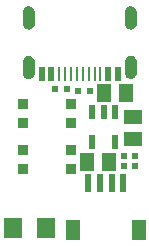
<source format=gbr>
G04 EAGLE Gerber RS-274X export*
G75*
%MOMM*%
%FSLAX34Y34*%
%LPD*%
%INSolderpaste Top*%
%IPPOS*%
%AMOC8*
5,1,8,0,0,1.08239X$1,22.5*%
G01*
%ADD10R,1.240000X1.500000*%
%ADD11R,0.900000X0.900000*%
%ADD12R,0.575000X1.150000*%
%ADD13R,0.275000X1.150000*%
%ADD14R,0.600000X0.600000*%
%ADD15R,0.500000X1.550000*%
%ADD16R,1.200000X1.800000*%
%ADD17R,0.550000X1.200000*%
%ADD18R,0.500000X0.500000*%
%ADD19R,1.500000X1.240000*%
%ADD20R,1.600000X1.800000*%

G36*
X46724Y181351D02*
X46724Y181351D01*
X46724Y181352D01*
X46725Y181352D01*
X47799Y181727D01*
X47799Y181728D01*
X47800Y181728D01*
X48763Y182333D01*
X48763Y182334D01*
X48764Y182334D01*
X49568Y183138D01*
X49568Y183139D01*
X49569Y183139D01*
X50174Y184102D01*
X50174Y184103D01*
X50175Y184103D01*
X50550Y185177D01*
X50550Y185178D01*
X50551Y185178D01*
X50552Y185193D01*
X50553Y185198D01*
X50553Y185203D01*
X50554Y185208D01*
X50555Y185213D01*
X50555Y185218D01*
X50556Y185223D01*
X50556Y185228D01*
X50559Y185253D01*
X50560Y185258D01*
X50560Y185263D01*
X50561Y185268D01*
X50561Y185273D01*
X50562Y185278D01*
X50562Y185283D01*
X50563Y185288D01*
X50566Y185313D01*
X50566Y185318D01*
X50567Y185323D01*
X50567Y185328D01*
X50568Y185333D01*
X50569Y185337D01*
X50569Y185338D01*
X50569Y185342D01*
X50569Y185343D01*
X50570Y185347D01*
X50572Y185372D01*
X50573Y185377D01*
X50574Y185382D01*
X50574Y185387D01*
X50575Y185392D01*
X50575Y185397D01*
X50576Y185402D01*
X50576Y185407D01*
X50579Y185432D01*
X50580Y185437D01*
X50580Y185442D01*
X50581Y185447D01*
X50581Y185452D01*
X50582Y185457D01*
X50583Y185462D01*
X50583Y185467D01*
X50585Y185487D01*
X50586Y185492D01*
X50586Y185496D01*
X50586Y185497D01*
X50587Y185501D01*
X50587Y185502D01*
X50588Y185506D01*
X50588Y185511D01*
X50589Y185516D01*
X50589Y185521D01*
X50590Y185526D01*
X50592Y185546D01*
X50593Y185551D01*
X50593Y185556D01*
X50594Y185561D01*
X50594Y185566D01*
X50595Y185571D01*
X50595Y185576D01*
X50596Y185581D01*
X50597Y185586D01*
X50599Y185606D01*
X50599Y185611D01*
X50600Y185616D01*
X50600Y185621D01*
X50601Y185626D01*
X50602Y185631D01*
X50602Y185636D01*
X50603Y185641D01*
X50603Y185646D01*
X50605Y185665D01*
X50606Y185665D01*
X50606Y185670D01*
X50607Y185675D01*
X50607Y185680D01*
X50608Y185685D01*
X50608Y185690D01*
X50609Y185695D01*
X50609Y185700D01*
X50610Y185705D01*
X50612Y185725D01*
X50613Y185730D01*
X50613Y185735D01*
X50614Y185740D01*
X50614Y185745D01*
X50615Y185750D01*
X50616Y185755D01*
X50616Y185760D01*
X50617Y185765D01*
X50619Y185785D01*
X50619Y185790D01*
X50620Y185790D01*
X50619Y185790D01*
X50620Y185795D01*
X50621Y185800D01*
X50621Y185805D01*
X50622Y185810D01*
X50622Y185814D01*
X50622Y185815D01*
X50623Y185819D01*
X50623Y185820D01*
X50623Y185824D01*
X50626Y185844D01*
X50626Y185849D01*
X50627Y185854D01*
X50627Y185859D01*
X50628Y185864D01*
X50628Y185869D01*
X50629Y185874D01*
X50630Y185879D01*
X50630Y185884D01*
X50632Y185904D01*
X50633Y185909D01*
X50633Y185914D01*
X50634Y185914D01*
X50633Y185914D01*
X50634Y185919D01*
X50635Y185924D01*
X50635Y185929D01*
X50636Y185934D01*
X50636Y185939D01*
X50637Y185944D01*
X50639Y185964D01*
X50640Y185969D01*
X50640Y185973D01*
X50640Y185974D01*
X50641Y185978D01*
X50641Y185979D01*
X50641Y185983D01*
X50642Y185988D01*
X50642Y185993D01*
X50643Y185998D01*
X50644Y186003D01*
X50646Y186023D01*
X50646Y186028D01*
X50647Y186033D01*
X50647Y186038D01*
X50648Y186038D01*
X50647Y186038D01*
X50648Y186043D01*
X50649Y186048D01*
X50649Y186053D01*
X50650Y186058D01*
X50650Y186063D01*
X50653Y186083D01*
X50653Y186088D01*
X50654Y186093D01*
X50654Y186098D01*
X50655Y186103D01*
X50655Y186108D01*
X50656Y186113D01*
X50656Y186118D01*
X50657Y186123D01*
X50659Y186142D01*
X50660Y186147D01*
X50660Y186152D01*
X50661Y186157D01*
X50661Y186162D01*
X50662Y186162D01*
X50661Y186162D01*
X50662Y186167D01*
X50663Y186172D01*
X50663Y186177D01*
X50666Y186202D01*
X50667Y186207D01*
X50667Y186212D01*
X50668Y186217D01*
X50668Y186222D01*
X50669Y186227D01*
X50669Y186232D01*
X50670Y186237D01*
X50673Y186262D01*
X50673Y186267D01*
X50674Y186272D01*
X50674Y186277D01*
X50675Y186282D01*
X50675Y186287D01*
X50676Y186287D01*
X50675Y186287D01*
X50676Y186291D01*
X50676Y186292D01*
X50677Y186296D01*
X50677Y186297D01*
X50678Y186308D01*
X50678Y186309D01*
X50678Y195961D01*
X50678Y195962D01*
X50551Y197092D01*
X50550Y197092D01*
X50550Y197093D01*
X50175Y198167D01*
X50174Y198167D01*
X50174Y198168D01*
X49569Y199131D01*
X49568Y199131D01*
X49568Y199132D01*
X48764Y199936D01*
X48763Y199936D01*
X48763Y199937D01*
X47800Y200542D01*
X47799Y200542D01*
X47799Y200543D01*
X46725Y200918D01*
X46724Y200918D01*
X46724Y200919D01*
X45594Y201046D01*
X45593Y201046D01*
X45592Y201046D01*
X45358Y201020D01*
X45005Y200980D01*
X44653Y200940D01*
X44519Y200925D01*
X44518Y200924D01*
X44517Y200925D01*
X43497Y200568D01*
X43497Y200567D01*
X43496Y200567D01*
X42581Y199992D01*
X41816Y199228D01*
X41816Y199227D01*
X41241Y198312D01*
X41241Y198311D01*
X41240Y198311D01*
X40883Y197291D01*
X40884Y197290D01*
X40883Y197289D01*
X40882Y197284D01*
X40882Y197279D01*
X40881Y197274D01*
X40879Y197254D01*
X40879Y197249D01*
X40878Y197249D01*
X40879Y197249D01*
X40878Y197244D01*
X40877Y197239D01*
X40877Y197234D01*
X40876Y197229D01*
X40876Y197224D01*
X40875Y197219D01*
X40872Y197194D01*
X40872Y197189D01*
X40871Y197184D01*
X40871Y197179D01*
X40870Y197174D01*
X40870Y197169D01*
X40869Y197164D01*
X40868Y197159D01*
X40866Y197135D01*
X40865Y197130D01*
X40865Y197125D01*
X40864Y197125D01*
X40865Y197125D01*
X40864Y197120D01*
X40863Y197115D01*
X40863Y197110D01*
X40862Y197105D01*
X40862Y197100D01*
X40859Y197080D01*
X40859Y197075D01*
X40858Y197070D01*
X40858Y197065D01*
X40857Y197060D01*
X40857Y197055D01*
X40856Y197050D01*
X40856Y197045D01*
X40855Y197040D01*
X40853Y197020D01*
X40852Y197015D01*
X40852Y197010D01*
X40851Y197005D01*
X40851Y197000D01*
X40850Y197000D01*
X40851Y197000D01*
X40850Y196995D01*
X40849Y196991D01*
X40849Y196990D01*
X40849Y196986D01*
X40849Y196985D01*
X40848Y196981D01*
X40846Y196961D01*
X40845Y196956D01*
X40845Y196951D01*
X40844Y196946D01*
X40844Y196941D01*
X40843Y196936D01*
X40843Y196931D01*
X40842Y196926D01*
X40842Y196921D01*
X40839Y196901D01*
X40839Y196896D01*
X40838Y196891D01*
X40838Y196886D01*
X40837Y196881D01*
X40837Y196876D01*
X40836Y196876D01*
X40837Y196876D01*
X40836Y196871D01*
X40835Y196866D01*
X40833Y196841D01*
X40832Y196836D01*
X40831Y196832D01*
X40831Y196831D01*
X40831Y196827D01*
X40831Y196826D01*
X40830Y196822D01*
X40830Y196817D01*
X40829Y196812D01*
X40829Y196807D01*
X40826Y196782D01*
X40825Y196777D01*
X40825Y196772D01*
X40824Y196767D01*
X40824Y196762D01*
X40823Y196757D01*
X40823Y196752D01*
X40822Y196752D01*
X40823Y196752D01*
X40822Y196747D01*
X40820Y196727D01*
X40819Y196722D01*
X40819Y196717D01*
X40818Y196712D01*
X40817Y196707D01*
X40817Y196702D01*
X40816Y196697D01*
X40816Y196692D01*
X40815Y196687D01*
X40813Y196668D01*
X40813Y196667D01*
X40812Y196663D01*
X40812Y196658D01*
X40811Y196653D01*
X40811Y196648D01*
X40810Y196643D01*
X40810Y196638D01*
X40809Y196633D01*
X40809Y196628D01*
X40808Y196628D01*
X40809Y196628D01*
X40806Y196608D01*
X40806Y196603D01*
X40805Y196598D01*
X40805Y196593D01*
X40804Y196588D01*
X40803Y196583D01*
X40803Y196578D01*
X40802Y196573D01*
X40802Y196568D01*
X40800Y196548D01*
X40799Y196543D01*
X40798Y196538D01*
X40798Y196533D01*
X40797Y196528D01*
X40797Y196523D01*
X40796Y196518D01*
X40796Y196514D01*
X40796Y196513D01*
X40793Y196489D01*
X40792Y196484D01*
X40792Y196479D01*
X40791Y196474D01*
X40791Y196469D01*
X40790Y196464D01*
X40789Y196459D01*
X40789Y196454D01*
X40786Y196429D01*
X40786Y196424D01*
X40785Y196419D01*
X40784Y196414D01*
X40784Y196409D01*
X40783Y196404D01*
X40783Y196399D01*
X40782Y196394D01*
X40780Y196374D01*
X40779Y196369D01*
X40779Y196364D01*
X40778Y196359D01*
X40778Y196355D01*
X40778Y196354D01*
X40777Y196350D01*
X40777Y196349D01*
X40777Y196345D01*
X40776Y196340D01*
X40775Y196335D01*
X40773Y196315D01*
X40773Y196310D01*
X40772Y196305D01*
X40772Y196300D01*
X40771Y196295D01*
X40770Y196290D01*
X40770Y196285D01*
X40769Y196280D01*
X40769Y196275D01*
X40767Y196255D01*
X40766Y196250D01*
X40765Y196245D01*
X40765Y196240D01*
X40764Y196235D01*
X40764Y196230D01*
X40763Y196225D01*
X40763Y196220D01*
X40762Y196216D01*
X40762Y196215D01*
X40762Y186055D01*
X40762Y186054D01*
X40883Y184981D01*
X40884Y184980D01*
X40883Y184979D01*
X41240Y183959D01*
X41241Y183959D01*
X41241Y183958D01*
X41816Y183043D01*
X42581Y182278D01*
X43496Y181703D01*
X43497Y181703D01*
X43497Y181702D01*
X44517Y181345D01*
X44518Y181346D01*
X44519Y181345D01*
X45592Y181224D01*
X45593Y181225D01*
X45594Y181224D01*
X46724Y181351D01*
G37*
G36*
X133084Y181351D02*
X133084Y181351D01*
X133084Y181352D01*
X133085Y181352D01*
X134159Y181727D01*
X134159Y181728D01*
X134160Y181728D01*
X135123Y182333D01*
X135123Y182334D01*
X135124Y182334D01*
X135928Y183138D01*
X135928Y183139D01*
X135929Y183139D01*
X136534Y184102D01*
X136534Y184103D01*
X136535Y184103D01*
X136910Y185177D01*
X136910Y185178D01*
X136911Y185178D01*
X136912Y185193D01*
X136913Y185198D01*
X136913Y185203D01*
X136914Y185208D01*
X136915Y185213D01*
X136915Y185218D01*
X136916Y185223D01*
X136916Y185228D01*
X136919Y185253D01*
X136920Y185258D01*
X136920Y185263D01*
X136921Y185268D01*
X136921Y185273D01*
X136922Y185278D01*
X136922Y185283D01*
X136923Y185288D01*
X136926Y185313D01*
X136926Y185318D01*
X136927Y185323D01*
X136927Y185328D01*
X136928Y185333D01*
X136929Y185337D01*
X136929Y185338D01*
X136929Y185342D01*
X136929Y185343D01*
X136930Y185347D01*
X136932Y185372D01*
X136933Y185377D01*
X136934Y185382D01*
X136934Y185387D01*
X136935Y185392D01*
X136935Y185397D01*
X136936Y185402D01*
X136936Y185407D01*
X136939Y185432D01*
X136940Y185437D01*
X136940Y185442D01*
X136941Y185447D01*
X136941Y185452D01*
X136942Y185457D01*
X136943Y185462D01*
X136943Y185467D01*
X136945Y185487D01*
X136946Y185492D01*
X136946Y185496D01*
X136946Y185497D01*
X136947Y185501D01*
X136947Y185502D01*
X136948Y185506D01*
X136948Y185511D01*
X136949Y185516D01*
X136949Y185521D01*
X136950Y185526D01*
X136952Y185546D01*
X136953Y185551D01*
X136953Y185556D01*
X136954Y185561D01*
X136954Y185566D01*
X136955Y185571D01*
X136955Y185576D01*
X136956Y185581D01*
X136957Y185586D01*
X136959Y185606D01*
X136959Y185611D01*
X136960Y185616D01*
X136960Y185621D01*
X136961Y185626D01*
X136962Y185631D01*
X136962Y185636D01*
X136963Y185641D01*
X136963Y185646D01*
X136965Y185665D01*
X136966Y185665D01*
X136966Y185670D01*
X136967Y185675D01*
X136967Y185680D01*
X136968Y185685D01*
X136968Y185690D01*
X136969Y185695D01*
X136969Y185700D01*
X136970Y185705D01*
X136972Y185725D01*
X136973Y185730D01*
X136973Y185735D01*
X136974Y185740D01*
X136974Y185745D01*
X136975Y185750D01*
X136976Y185755D01*
X136976Y185760D01*
X136977Y185765D01*
X136979Y185785D01*
X136979Y185790D01*
X136980Y185790D01*
X136979Y185790D01*
X136980Y185795D01*
X136981Y185800D01*
X136981Y185805D01*
X136982Y185810D01*
X136982Y185814D01*
X136982Y185815D01*
X136983Y185819D01*
X136983Y185820D01*
X136983Y185824D01*
X136986Y185844D01*
X136986Y185849D01*
X136987Y185854D01*
X136987Y185859D01*
X136988Y185864D01*
X136988Y185869D01*
X136989Y185874D01*
X136990Y185879D01*
X136990Y185884D01*
X136992Y185904D01*
X136993Y185909D01*
X136993Y185914D01*
X136994Y185914D01*
X136993Y185914D01*
X136994Y185919D01*
X136995Y185924D01*
X136995Y185929D01*
X136996Y185934D01*
X136996Y185939D01*
X136997Y185944D01*
X136999Y185964D01*
X137000Y185969D01*
X137000Y185973D01*
X137000Y185974D01*
X137001Y185978D01*
X137001Y185979D01*
X137001Y185983D01*
X137002Y185988D01*
X137002Y185993D01*
X137003Y185998D01*
X137004Y186003D01*
X137006Y186023D01*
X137006Y186028D01*
X137007Y186033D01*
X137007Y186038D01*
X137008Y186038D01*
X137007Y186038D01*
X137008Y186043D01*
X137009Y186048D01*
X137009Y186053D01*
X137010Y186058D01*
X137010Y186063D01*
X137013Y186083D01*
X137013Y186088D01*
X137014Y186093D01*
X137014Y186098D01*
X137015Y186103D01*
X137015Y186108D01*
X137016Y186113D01*
X137016Y186118D01*
X137017Y186123D01*
X137019Y186142D01*
X137020Y186147D01*
X137020Y186152D01*
X137021Y186157D01*
X137021Y186162D01*
X137022Y186162D01*
X137021Y186162D01*
X137022Y186167D01*
X137023Y186172D01*
X137023Y186177D01*
X137026Y186202D01*
X137027Y186207D01*
X137027Y186212D01*
X137028Y186217D01*
X137028Y186222D01*
X137029Y186227D01*
X137029Y186232D01*
X137030Y186237D01*
X137033Y186262D01*
X137033Y186267D01*
X137034Y186272D01*
X137034Y186277D01*
X137035Y186282D01*
X137035Y186287D01*
X137036Y186287D01*
X137035Y186287D01*
X137036Y186291D01*
X137036Y186292D01*
X137037Y186296D01*
X137037Y186297D01*
X137038Y186308D01*
X137038Y186309D01*
X137038Y195961D01*
X137038Y195962D01*
X136911Y197092D01*
X136910Y197092D01*
X136910Y197093D01*
X136535Y198167D01*
X136534Y198167D01*
X136534Y198168D01*
X135929Y199131D01*
X135928Y199131D01*
X135928Y199132D01*
X135124Y199936D01*
X135123Y199936D01*
X135123Y199937D01*
X134160Y200542D01*
X134159Y200542D01*
X134159Y200543D01*
X133085Y200918D01*
X133084Y200918D01*
X133084Y200919D01*
X131954Y201046D01*
X131953Y201046D01*
X131952Y201046D01*
X131718Y201020D01*
X131365Y200980D01*
X131013Y200940D01*
X130879Y200925D01*
X130878Y200924D01*
X130877Y200925D01*
X129857Y200568D01*
X129857Y200567D01*
X129856Y200567D01*
X128941Y199992D01*
X128176Y199228D01*
X128176Y199227D01*
X127601Y198312D01*
X127601Y198311D01*
X127600Y198311D01*
X127243Y197291D01*
X127244Y197290D01*
X127243Y197289D01*
X127242Y197284D01*
X127242Y197279D01*
X127241Y197274D01*
X127239Y197254D01*
X127239Y197249D01*
X127238Y197249D01*
X127239Y197249D01*
X127238Y197244D01*
X127237Y197239D01*
X127237Y197234D01*
X127236Y197229D01*
X127236Y197224D01*
X127235Y197219D01*
X127232Y197194D01*
X127232Y197189D01*
X127231Y197184D01*
X127231Y197179D01*
X127230Y197174D01*
X127230Y197169D01*
X127229Y197164D01*
X127228Y197159D01*
X127226Y197135D01*
X127225Y197130D01*
X127225Y197125D01*
X127224Y197125D01*
X127225Y197125D01*
X127224Y197120D01*
X127223Y197115D01*
X127223Y197110D01*
X127222Y197105D01*
X127222Y197100D01*
X127219Y197080D01*
X127219Y197075D01*
X127218Y197070D01*
X127218Y197065D01*
X127217Y197060D01*
X127217Y197055D01*
X127216Y197050D01*
X127216Y197045D01*
X127215Y197040D01*
X127213Y197020D01*
X127212Y197015D01*
X127212Y197010D01*
X127211Y197005D01*
X127211Y197000D01*
X127210Y197000D01*
X127211Y197000D01*
X127210Y196995D01*
X127209Y196991D01*
X127209Y196990D01*
X127209Y196986D01*
X127209Y196985D01*
X127208Y196981D01*
X127206Y196961D01*
X127205Y196956D01*
X127205Y196951D01*
X127204Y196946D01*
X127204Y196941D01*
X127203Y196936D01*
X127203Y196931D01*
X127202Y196926D01*
X127202Y196921D01*
X127199Y196901D01*
X127199Y196896D01*
X127198Y196891D01*
X127198Y196886D01*
X127197Y196881D01*
X127197Y196876D01*
X127196Y196876D01*
X127197Y196876D01*
X127196Y196871D01*
X127195Y196866D01*
X127193Y196841D01*
X127192Y196836D01*
X127191Y196832D01*
X127191Y196831D01*
X127191Y196827D01*
X127191Y196826D01*
X127190Y196822D01*
X127190Y196817D01*
X127189Y196812D01*
X127189Y196807D01*
X127186Y196782D01*
X127185Y196777D01*
X127185Y196772D01*
X127184Y196767D01*
X127184Y196762D01*
X127183Y196757D01*
X127183Y196752D01*
X127182Y196752D01*
X127183Y196752D01*
X127182Y196747D01*
X127180Y196727D01*
X127179Y196722D01*
X127179Y196717D01*
X127178Y196712D01*
X127177Y196707D01*
X127177Y196702D01*
X127176Y196697D01*
X127176Y196692D01*
X127175Y196687D01*
X127173Y196668D01*
X127173Y196667D01*
X127172Y196663D01*
X127172Y196658D01*
X127171Y196653D01*
X127171Y196648D01*
X127170Y196643D01*
X127170Y196638D01*
X127169Y196633D01*
X127169Y196628D01*
X127168Y196628D01*
X127169Y196628D01*
X127166Y196608D01*
X127166Y196603D01*
X127165Y196598D01*
X127165Y196593D01*
X127164Y196588D01*
X127163Y196583D01*
X127163Y196578D01*
X127162Y196573D01*
X127162Y196568D01*
X127160Y196548D01*
X127159Y196543D01*
X127158Y196538D01*
X127158Y196533D01*
X127157Y196528D01*
X127157Y196523D01*
X127156Y196518D01*
X127156Y196514D01*
X127156Y196513D01*
X127153Y196489D01*
X127152Y196484D01*
X127152Y196479D01*
X127151Y196474D01*
X127151Y196469D01*
X127150Y196464D01*
X127149Y196459D01*
X127149Y196454D01*
X127146Y196429D01*
X127146Y196424D01*
X127145Y196419D01*
X127144Y196414D01*
X127144Y196409D01*
X127143Y196404D01*
X127143Y196399D01*
X127142Y196394D01*
X127140Y196374D01*
X127139Y196369D01*
X127139Y196364D01*
X127138Y196359D01*
X127138Y196355D01*
X127138Y196354D01*
X127137Y196350D01*
X127137Y196349D01*
X127137Y196345D01*
X127136Y196340D01*
X127135Y196335D01*
X127133Y196315D01*
X127133Y196310D01*
X127132Y196305D01*
X127132Y196300D01*
X127131Y196295D01*
X127130Y196290D01*
X127130Y196285D01*
X127129Y196280D01*
X127129Y196275D01*
X127127Y196255D01*
X127126Y196250D01*
X127125Y196245D01*
X127125Y196240D01*
X127124Y196235D01*
X127124Y196230D01*
X127123Y196225D01*
X127123Y196220D01*
X127122Y196216D01*
X127122Y196215D01*
X127122Y186055D01*
X127122Y186054D01*
X127243Y184981D01*
X127244Y184980D01*
X127243Y184979D01*
X127600Y183959D01*
X127601Y183959D01*
X127601Y183958D01*
X128176Y183043D01*
X128941Y182278D01*
X129856Y181703D01*
X129857Y181703D01*
X129857Y181702D01*
X130877Y181345D01*
X130878Y181346D01*
X130879Y181345D01*
X131952Y181224D01*
X131953Y181225D01*
X131954Y181224D01*
X133084Y181351D01*
G37*
G36*
X133211Y139568D02*
X133211Y139568D01*
X133211Y139569D01*
X133212Y139569D01*
X134286Y139944D01*
X134286Y139945D01*
X134287Y139945D01*
X135250Y140550D01*
X135250Y140551D01*
X135251Y140551D01*
X136055Y141355D01*
X136055Y141356D01*
X136056Y141356D01*
X136661Y142319D01*
X136661Y142320D01*
X136662Y142320D01*
X137037Y143394D01*
X137037Y143395D01*
X137038Y143395D01*
X137039Y143410D01*
X137040Y143415D01*
X137040Y143420D01*
X137041Y143425D01*
X137042Y143430D01*
X137042Y143435D01*
X137043Y143440D01*
X137043Y143445D01*
X137046Y143470D01*
X137047Y143475D01*
X137047Y143480D01*
X137048Y143485D01*
X137048Y143490D01*
X137049Y143495D01*
X137049Y143500D01*
X137050Y143505D01*
X137053Y143530D01*
X137053Y143535D01*
X137054Y143540D01*
X137054Y143545D01*
X137055Y143550D01*
X137056Y143554D01*
X137056Y143555D01*
X137056Y143559D01*
X137056Y143560D01*
X137057Y143564D01*
X137059Y143589D01*
X137060Y143594D01*
X137061Y143599D01*
X137061Y143604D01*
X137062Y143609D01*
X137062Y143614D01*
X137063Y143619D01*
X137063Y143624D01*
X137066Y143649D01*
X137067Y143654D01*
X137067Y143659D01*
X137068Y143664D01*
X137068Y143669D01*
X137069Y143674D01*
X137070Y143679D01*
X137070Y143684D01*
X137072Y143704D01*
X137073Y143709D01*
X137073Y143713D01*
X137073Y143714D01*
X137074Y143718D01*
X137074Y143719D01*
X137075Y143723D01*
X137075Y143728D01*
X137076Y143733D01*
X137076Y143738D01*
X137077Y143743D01*
X137079Y143763D01*
X137080Y143768D01*
X137080Y143773D01*
X137081Y143778D01*
X137081Y143783D01*
X137082Y143788D01*
X137082Y143793D01*
X137083Y143798D01*
X137084Y143803D01*
X137086Y143823D01*
X137086Y143828D01*
X137087Y143833D01*
X137087Y143838D01*
X137088Y143843D01*
X137089Y143848D01*
X137089Y143853D01*
X137090Y143858D01*
X137090Y143863D01*
X137092Y143882D01*
X137093Y143882D01*
X137093Y143887D01*
X137094Y143892D01*
X137094Y143897D01*
X137095Y143902D01*
X137095Y143907D01*
X137096Y143912D01*
X137096Y143917D01*
X137097Y143922D01*
X137099Y143942D01*
X137100Y143947D01*
X137100Y143952D01*
X137101Y143957D01*
X137101Y143962D01*
X137102Y143967D01*
X137103Y143972D01*
X137103Y143977D01*
X137104Y143982D01*
X137106Y144002D01*
X137106Y144007D01*
X137107Y144007D01*
X137106Y144007D01*
X137107Y144012D01*
X137108Y144017D01*
X137108Y144022D01*
X137109Y144027D01*
X137109Y144031D01*
X137109Y144032D01*
X137110Y144036D01*
X137110Y144037D01*
X137110Y144041D01*
X137113Y144061D01*
X137113Y144066D01*
X137114Y144071D01*
X137114Y144076D01*
X137115Y144081D01*
X137115Y144086D01*
X137116Y144091D01*
X137117Y144096D01*
X137117Y144101D01*
X137119Y144121D01*
X137120Y144126D01*
X137120Y144131D01*
X137121Y144131D01*
X137120Y144131D01*
X137121Y144136D01*
X137122Y144141D01*
X137122Y144146D01*
X137123Y144151D01*
X137123Y144156D01*
X137124Y144161D01*
X137126Y144181D01*
X137127Y144186D01*
X137127Y144190D01*
X137127Y144191D01*
X137128Y144195D01*
X137128Y144196D01*
X137128Y144200D01*
X137129Y144205D01*
X137129Y144210D01*
X137130Y144215D01*
X137131Y144220D01*
X137133Y144240D01*
X137133Y144245D01*
X137134Y144250D01*
X137134Y144255D01*
X137135Y144255D01*
X137134Y144255D01*
X137135Y144260D01*
X137136Y144265D01*
X137136Y144270D01*
X137137Y144275D01*
X137137Y144280D01*
X137140Y144300D01*
X137140Y144305D01*
X137141Y144310D01*
X137141Y144315D01*
X137142Y144320D01*
X137142Y144325D01*
X137143Y144330D01*
X137143Y144335D01*
X137144Y144340D01*
X137146Y144359D01*
X137147Y144364D01*
X137147Y144369D01*
X137148Y144374D01*
X137148Y144379D01*
X137149Y144379D01*
X137148Y144379D01*
X137149Y144384D01*
X137150Y144389D01*
X137150Y144394D01*
X137153Y144419D01*
X137154Y144424D01*
X137154Y144429D01*
X137155Y144434D01*
X137155Y144439D01*
X137156Y144444D01*
X137156Y144449D01*
X137157Y144454D01*
X137160Y144479D01*
X137160Y144484D01*
X137161Y144489D01*
X137161Y144494D01*
X137162Y144499D01*
X137162Y144504D01*
X137163Y144504D01*
X137162Y144504D01*
X137163Y144508D01*
X137163Y144509D01*
X137164Y144513D01*
X137164Y144514D01*
X137165Y144525D01*
X137165Y144526D01*
X137165Y154178D01*
X137165Y154179D01*
X137038Y155309D01*
X137037Y155309D01*
X137037Y155310D01*
X136662Y156384D01*
X136661Y156384D01*
X136661Y156385D01*
X136056Y157348D01*
X136055Y157348D01*
X136055Y157349D01*
X135251Y158153D01*
X135250Y158153D01*
X135250Y158154D01*
X134287Y158759D01*
X134286Y158759D01*
X134286Y158760D01*
X133212Y159135D01*
X133211Y159135D01*
X133211Y159136D01*
X132081Y159263D01*
X132080Y159263D01*
X132079Y159263D01*
X131845Y159237D01*
X131492Y159197D01*
X131140Y159157D01*
X131006Y159142D01*
X131005Y159141D01*
X131004Y159142D01*
X129984Y158785D01*
X129984Y158784D01*
X129983Y158784D01*
X129068Y158209D01*
X128303Y157445D01*
X128303Y157444D01*
X127728Y156529D01*
X127728Y156528D01*
X127727Y156528D01*
X127370Y155508D01*
X127371Y155507D01*
X127370Y155506D01*
X127369Y155501D01*
X127369Y155496D01*
X127368Y155491D01*
X127366Y155471D01*
X127366Y155466D01*
X127365Y155466D01*
X127366Y155466D01*
X127365Y155461D01*
X127364Y155456D01*
X127364Y155451D01*
X127363Y155446D01*
X127363Y155441D01*
X127362Y155436D01*
X127359Y155411D01*
X127359Y155406D01*
X127358Y155401D01*
X127358Y155396D01*
X127357Y155391D01*
X127357Y155386D01*
X127356Y155381D01*
X127355Y155376D01*
X127353Y155352D01*
X127352Y155347D01*
X127352Y155342D01*
X127351Y155342D01*
X127352Y155342D01*
X127351Y155337D01*
X127350Y155332D01*
X127350Y155327D01*
X127349Y155322D01*
X127349Y155317D01*
X127346Y155297D01*
X127346Y155292D01*
X127345Y155287D01*
X127345Y155282D01*
X127344Y155277D01*
X127344Y155272D01*
X127343Y155267D01*
X127343Y155262D01*
X127342Y155257D01*
X127340Y155237D01*
X127339Y155232D01*
X127339Y155227D01*
X127338Y155222D01*
X127338Y155217D01*
X127337Y155217D01*
X127338Y155217D01*
X127337Y155212D01*
X127336Y155208D01*
X127336Y155207D01*
X127336Y155203D01*
X127336Y155202D01*
X127335Y155198D01*
X127333Y155178D01*
X127332Y155173D01*
X127332Y155168D01*
X127331Y155163D01*
X127331Y155158D01*
X127330Y155153D01*
X127330Y155148D01*
X127329Y155143D01*
X127329Y155138D01*
X127326Y155118D01*
X127326Y155113D01*
X127325Y155108D01*
X127325Y155103D01*
X127324Y155098D01*
X127324Y155093D01*
X127323Y155093D01*
X127324Y155093D01*
X127323Y155088D01*
X127322Y155083D01*
X127320Y155058D01*
X127319Y155053D01*
X127318Y155049D01*
X127318Y155048D01*
X127318Y155044D01*
X127318Y155043D01*
X127317Y155039D01*
X127317Y155034D01*
X127316Y155029D01*
X127316Y155024D01*
X127313Y154999D01*
X127312Y154994D01*
X127312Y154989D01*
X127311Y154984D01*
X127311Y154979D01*
X127310Y154974D01*
X127310Y154969D01*
X127309Y154969D01*
X127310Y154969D01*
X127309Y154964D01*
X127307Y154944D01*
X127306Y154939D01*
X127306Y154934D01*
X127305Y154929D01*
X127304Y154924D01*
X127304Y154919D01*
X127303Y154914D01*
X127303Y154909D01*
X127302Y154904D01*
X127300Y154885D01*
X127300Y154884D01*
X127299Y154880D01*
X127299Y154875D01*
X127298Y154870D01*
X127298Y154865D01*
X127297Y154860D01*
X127297Y154855D01*
X127296Y154850D01*
X127296Y154845D01*
X127295Y154845D01*
X127296Y154845D01*
X127293Y154825D01*
X127293Y154820D01*
X127292Y154815D01*
X127292Y154810D01*
X127291Y154805D01*
X127290Y154800D01*
X127290Y154795D01*
X127289Y154790D01*
X127289Y154785D01*
X127287Y154765D01*
X127286Y154760D01*
X127285Y154755D01*
X127285Y154750D01*
X127284Y154745D01*
X127284Y154740D01*
X127283Y154735D01*
X127283Y154731D01*
X127283Y154730D01*
X127280Y154706D01*
X127279Y154701D01*
X127279Y154696D01*
X127278Y154691D01*
X127278Y154686D01*
X127277Y154681D01*
X127276Y154676D01*
X127276Y154671D01*
X127273Y154646D01*
X127273Y154641D01*
X127272Y154636D01*
X127271Y154631D01*
X127271Y154626D01*
X127270Y154621D01*
X127270Y154616D01*
X127269Y154611D01*
X127267Y154591D01*
X127266Y154586D01*
X127266Y154581D01*
X127265Y154576D01*
X127265Y154572D01*
X127265Y154571D01*
X127264Y154567D01*
X127264Y154566D01*
X127264Y154562D01*
X127263Y154557D01*
X127262Y154552D01*
X127260Y154532D01*
X127260Y154527D01*
X127259Y154522D01*
X127259Y154517D01*
X127258Y154512D01*
X127257Y154507D01*
X127257Y154502D01*
X127256Y154497D01*
X127256Y154492D01*
X127254Y154472D01*
X127253Y154467D01*
X127252Y154462D01*
X127252Y154457D01*
X127251Y154452D01*
X127251Y154447D01*
X127250Y154442D01*
X127250Y154437D01*
X127249Y154433D01*
X127249Y154432D01*
X127249Y144272D01*
X127249Y144271D01*
X127370Y143198D01*
X127371Y143197D01*
X127370Y143196D01*
X127727Y142176D01*
X127728Y142176D01*
X127728Y142175D01*
X128303Y141260D01*
X129068Y140495D01*
X129983Y139920D01*
X129984Y139920D01*
X129984Y139919D01*
X131004Y139562D01*
X131005Y139563D01*
X131006Y139562D01*
X132079Y139441D01*
X132080Y139442D01*
X132081Y139441D01*
X133211Y139568D01*
G37*
G36*
X46724Y139441D02*
X46724Y139441D01*
X46724Y139442D01*
X46725Y139442D01*
X47799Y139817D01*
X47799Y139818D01*
X47800Y139818D01*
X48763Y140423D01*
X48763Y140424D01*
X48764Y140424D01*
X49568Y141228D01*
X49568Y141229D01*
X49569Y141229D01*
X50174Y142192D01*
X50174Y142193D01*
X50175Y142193D01*
X50550Y143267D01*
X50550Y143268D01*
X50551Y143268D01*
X50552Y143283D01*
X50553Y143288D01*
X50553Y143293D01*
X50554Y143298D01*
X50555Y143303D01*
X50555Y143308D01*
X50556Y143313D01*
X50556Y143318D01*
X50559Y143343D01*
X50560Y143348D01*
X50560Y143353D01*
X50561Y143358D01*
X50561Y143363D01*
X50562Y143368D01*
X50562Y143373D01*
X50563Y143378D01*
X50566Y143403D01*
X50566Y143408D01*
X50567Y143413D01*
X50567Y143418D01*
X50568Y143423D01*
X50569Y143427D01*
X50569Y143428D01*
X50569Y143432D01*
X50569Y143433D01*
X50570Y143437D01*
X50572Y143462D01*
X50573Y143467D01*
X50574Y143472D01*
X50574Y143477D01*
X50575Y143482D01*
X50575Y143487D01*
X50576Y143492D01*
X50576Y143497D01*
X50579Y143522D01*
X50580Y143527D01*
X50580Y143532D01*
X50581Y143537D01*
X50581Y143542D01*
X50582Y143547D01*
X50583Y143552D01*
X50583Y143557D01*
X50585Y143577D01*
X50586Y143582D01*
X50586Y143586D01*
X50586Y143587D01*
X50587Y143591D01*
X50587Y143592D01*
X50588Y143596D01*
X50588Y143601D01*
X50589Y143606D01*
X50589Y143611D01*
X50590Y143616D01*
X50592Y143636D01*
X50593Y143641D01*
X50593Y143646D01*
X50594Y143651D01*
X50594Y143656D01*
X50595Y143661D01*
X50595Y143666D01*
X50596Y143671D01*
X50597Y143676D01*
X50599Y143696D01*
X50599Y143701D01*
X50600Y143706D01*
X50600Y143711D01*
X50601Y143716D01*
X50602Y143721D01*
X50602Y143726D01*
X50603Y143731D01*
X50603Y143736D01*
X50605Y143755D01*
X50606Y143755D01*
X50606Y143760D01*
X50607Y143765D01*
X50607Y143770D01*
X50608Y143775D01*
X50608Y143780D01*
X50609Y143785D01*
X50609Y143790D01*
X50610Y143795D01*
X50612Y143815D01*
X50613Y143820D01*
X50613Y143825D01*
X50614Y143830D01*
X50614Y143835D01*
X50615Y143840D01*
X50616Y143845D01*
X50616Y143850D01*
X50617Y143855D01*
X50619Y143875D01*
X50619Y143880D01*
X50620Y143880D01*
X50619Y143880D01*
X50620Y143885D01*
X50621Y143890D01*
X50621Y143895D01*
X50622Y143900D01*
X50622Y143904D01*
X50622Y143905D01*
X50623Y143909D01*
X50623Y143910D01*
X50623Y143914D01*
X50626Y143934D01*
X50626Y143939D01*
X50627Y143944D01*
X50627Y143949D01*
X50628Y143954D01*
X50628Y143959D01*
X50629Y143964D01*
X50630Y143969D01*
X50630Y143974D01*
X50632Y143994D01*
X50633Y143999D01*
X50633Y144004D01*
X50634Y144004D01*
X50633Y144004D01*
X50634Y144009D01*
X50635Y144014D01*
X50635Y144019D01*
X50636Y144024D01*
X50636Y144029D01*
X50637Y144034D01*
X50639Y144054D01*
X50640Y144059D01*
X50640Y144063D01*
X50640Y144064D01*
X50641Y144068D01*
X50641Y144069D01*
X50641Y144073D01*
X50642Y144078D01*
X50642Y144083D01*
X50643Y144088D01*
X50644Y144093D01*
X50646Y144113D01*
X50646Y144118D01*
X50647Y144123D01*
X50647Y144128D01*
X50648Y144128D01*
X50647Y144128D01*
X50648Y144133D01*
X50649Y144138D01*
X50649Y144143D01*
X50650Y144148D01*
X50650Y144153D01*
X50653Y144173D01*
X50653Y144178D01*
X50654Y144183D01*
X50654Y144188D01*
X50655Y144193D01*
X50655Y144198D01*
X50656Y144203D01*
X50656Y144208D01*
X50657Y144213D01*
X50659Y144232D01*
X50660Y144237D01*
X50660Y144242D01*
X50661Y144247D01*
X50661Y144252D01*
X50662Y144252D01*
X50661Y144252D01*
X50662Y144257D01*
X50663Y144262D01*
X50663Y144267D01*
X50666Y144292D01*
X50667Y144297D01*
X50667Y144302D01*
X50668Y144307D01*
X50668Y144312D01*
X50669Y144317D01*
X50669Y144322D01*
X50670Y144327D01*
X50673Y144352D01*
X50673Y144357D01*
X50674Y144362D01*
X50674Y144367D01*
X50675Y144372D01*
X50675Y144377D01*
X50676Y144377D01*
X50675Y144377D01*
X50676Y144381D01*
X50676Y144382D01*
X50677Y144386D01*
X50677Y144387D01*
X50678Y144398D01*
X50678Y144399D01*
X50678Y154051D01*
X50678Y154052D01*
X50551Y155182D01*
X50550Y155182D01*
X50550Y155183D01*
X50175Y156257D01*
X50174Y156257D01*
X50174Y156258D01*
X49569Y157221D01*
X49568Y157221D01*
X49568Y157222D01*
X48764Y158026D01*
X48763Y158026D01*
X48763Y158027D01*
X47800Y158632D01*
X47799Y158632D01*
X47799Y158633D01*
X46725Y159008D01*
X46724Y159008D01*
X46724Y159009D01*
X45594Y159136D01*
X45593Y159136D01*
X45592Y159136D01*
X45358Y159110D01*
X45005Y159070D01*
X44653Y159030D01*
X44519Y159015D01*
X44518Y159014D01*
X44517Y159015D01*
X43497Y158658D01*
X43497Y158657D01*
X43496Y158657D01*
X42581Y158082D01*
X41816Y157318D01*
X41816Y157317D01*
X41241Y156402D01*
X41241Y156401D01*
X41240Y156401D01*
X40883Y155381D01*
X40884Y155380D01*
X40883Y155379D01*
X40882Y155374D01*
X40882Y155369D01*
X40881Y155364D01*
X40879Y155344D01*
X40879Y155339D01*
X40878Y155339D01*
X40879Y155339D01*
X40878Y155334D01*
X40877Y155329D01*
X40877Y155324D01*
X40876Y155319D01*
X40876Y155314D01*
X40875Y155309D01*
X40872Y155284D01*
X40872Y155279D01*
X40871Y155274D01*
X40871Y155269D01*
X40870Y155264D01*
X40870Y155259D01*
X40869Y155254D01*
X40868Y155249D01*
X40866Y155225D01*
X40865Y155220D01*
X40865Y155215D01*
X40864Y155215D01*
X40865Y155215D01*
X40864Y155210D01*
X40863Y155205D01*
X40863Y155200D01*
X40862Y155195D01*
X40862Y155190D01*
X40859Y155170D01*
X40859Y155165D01*
X40858Y155160D01*
X40858Y155155D01*
X40857Y155150D01*
X40857Y155145D01*
X40856Y155140D01*
X40856Y155135D01*
X40855Y155130D01*
X40853Y155110D01*
X40852Y155105D01*
X40852Y155100D01*
X40851Y155095D01*
X40851Y155090D01*
X40850Y155090D01*
X40851Y155090D01*
X40850Y155085D01*
X40849Y155081D01*
X40849Y155080D01*
X40849Y155076D01*
X40849Y155075D01*
X40848Y155071D01*
X40846Y155051D01*
X40845Y155046D01*
X40845Y155041D01*
X40844Y155036D01*
X40844Y155031D01*
X40843Y155026D01*
X40843Y155021D01*
X40842Y155016D01*
X40842Y155011D01*
X40839Y154991D01*
X40839Y154986D01*
X40838Y154981D01*
X40838Y154976D01*
X40837Y154971D01*
X40837Y154966D01*
X40836Y154966D01*
X40837Y154966D01*
X40836Y154961D01*
X40835Y154956D01*
X40833Y154931D01*
X40832Y154926D01*
X40831Y154922D01*
X40831Y154921D01*
X40831Y154917D01*
X40831Y154916D01*
X40830Y154912D01*
X40830Y154907D01*
X40829Y154902D01*
X40829Y154897D01*
X40826Y154872D01*
X40825Y154867D01*
X40825Y154862D01*
X40824Y154857D01*
X40824Y154852D01*
X40823Y154847D01*
X40823Y154842D01*
X40822Y154842D01*
X40823Y154842D01*
X40822Y154837D01*
X40820Y154817D01*
X40819Y154812D01*
X40819Y154807D01*
X40818Y154802D01*
X40817Y154797D01*
X40817Y154792D01*
X40816Y154787D01*
X40816Y154782D01*
X40815Y154777D01*
X40813Y154758D01*
X40813Y154757D01*
X40812Y154753D01*
X40812Y154748D01*
X40811Y154743D01*
X40811Y154738D01*
X40810Y154733D01*
X40810Y154728D01*
X40809Y154723D01*
X40809Y154718D01*
X40808Y154718D01*
X40809Y154718D01*
X40806Y154698D01*
X40806Y154693D01*
X40805Y154688D01*
X40805Y154683D01*
X40804Y154678D01*
X40803Y154673D01*
X40803Y154668D01*
X40802Y154663D01*
X40802Y154658D01*
X40800Y154638D01*
X40799Y154633D01*
X40798Y154628D01*
X40798Y154623D01*
X40797Y154618D01*
X40797Y154613D01*
X40796Y154608D01*
X40796Y154604D01*
X40796Y154603D01*
X40793Y154579D01*
X40792Y154574D01*
X40792Y154569D01*
X40791Y154564D01*
X40791Y154559D01*
X40790Y154554D01*
X40789Y154549D01*
X40789Y154544D01*
X40786Y154519D01*
X40786Y154514D01*
X40785Y154509D01*
X40784Y154504D01*
X40784Y154499D01*
X40783Y154494D01*
X40783Y154489D01*
X40782Y154484D01*
X40780Y154464D01*
X40779Y154459D01*
X40779Y154454D01*
X40778Y154449D01*
X40778Y154445D01*
X40778Y154444D01*
X40777Y154440D01*
X40777Y154439D01*
X40777Y154435D01*
X40776Y154430D01*
X40775Y154425D01*
X40773Y154405D01*
X40773Y154400D01*
X40772Y154395D01*
X40772Y154390D01*
X40771Y154385D01*
X40770Y154380D01*
X40770Y154375D01*
X40769Y154370D01*
X40769Y154365D01*
X40767Y154345D01*
X40766Y154340D01*
X40765Y154335D01*
X40765Y154330D01*
X40764Y154325D01*
X40764Y154320D01*
X40763Y154315D01*
X40763Y154310D01*
X40762Y154306D01*
X40762Y154305D01*
X40762Y144145D01*
X40762Y144144D01*
X40883Y143071D01*
X40884Y143070D01*
X40883Y143069D01*
X41240Y142049D01*
X41241Y142049D01*
X41241Y142048D01*
X41816Y141133D01*
X42581Y140368D01*
X43496Y139793D01*
X43497Y139793D01*
X43497Y139792D01*
X44517Y139435D01*
X44518Y139436D01*
X44519Y139435D01*
X45592Y139314D01*
X45593Y139315D01*
X45594Y139314D01*
X46724Y139441D01*
G37*
D10*
X114021Y69342D03*
X95021Y69342D03*
X128118Y127381D03*
X109118Y127381D03*
D11*
X40460Y63120D03*
X40460Y79120D03*
X81460Y79120D03*
X81460Y63120D03*
D12*
X120900Y143620D03*
X112900Y143620D03*
D13*
X106400Y143620D03*
X101400Y143620D03*
X96400Y143620D03*
X91400Y143620D03*
X86400Y143620D03*
X81400Y143620D03*
X76400Y143620D03*
X71400Y143620D03*
D12*
X64900Y143620D03*
X56900Y143620D03*
D14*
X67945Y131064D03*
X78105Y131064D03*
X87630Y129286D03*
X97790Y129286D03*
D15*
X105744Y50921D03*
X115744Y50921D03*
X95744Y50921D03*
X125744Y50921D03*
D16*
X82744Y11921D03*
X138744Y11921D03*
D17*
X118593Y111680D03*
X109093Y111680D03*
X99593Y111680D03*
X99593Y85678D03*
X118593Y85678D03*
D18*
X135937Y65477D03*
X135937Y74477D03*
X125937Y74477D03*
X125937Y65477D03*
D19*
X134239Y88544D03*
X134239Y107544D03*
D20*
X60355Y13589D03*
X32355Y13589D03*
D11*
X40460Y102490D03*
X40460Y118490D03*
X81460Y118490D03*
X81460Y102490D03*
M02*

</source>
